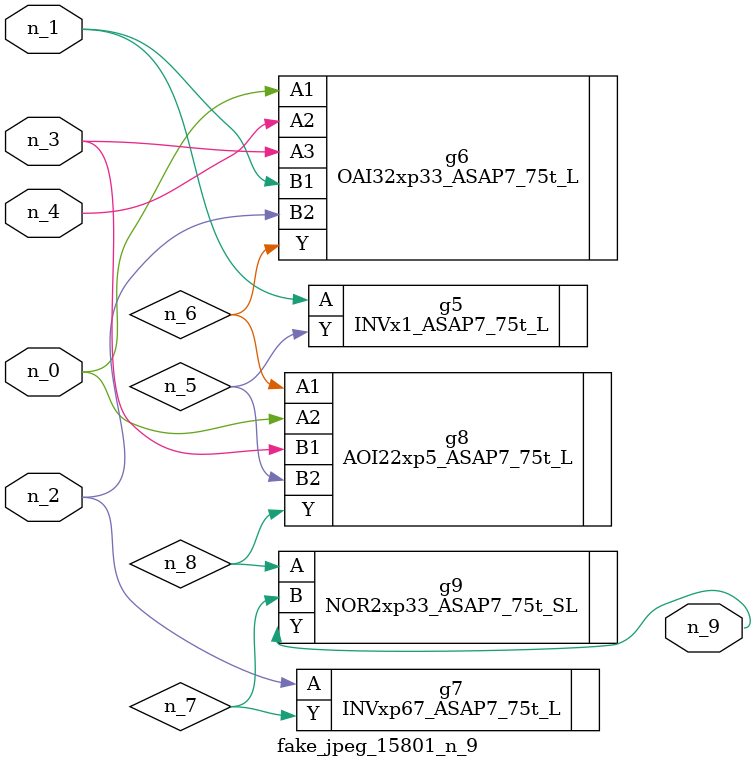
<source format=v>
module fake_jpeg_15801_n_9 (n_3, n_2, n_1, n_0, n_4, n_9);

input n_3;
input n_2;
input n_1;
input n_0;
input n_4;

output n_9;

wire n_8;
wire n_6;
wire n_5;
wire n_7;

INVx1_ASAP7_75t_L g5 ( 
.A(n_1),
.Y(n_5)
);

OAI32xp33_ASAP7_75t_L g6 ( 
.A1(n_0),
.A2(n_4),
.A3(n_3),
.B1(n_1),
.B2(n_2),
.Y(n_6)
);

INVxp67_ASAP7_75t_L g7 ( 
.A(n_2),
.Y(n_7)
);

AOI22xp5_ASAP7_75t_L g8 ( 
.A1(n_6),
.A2(n_0),
.B1(n_3),
.B2(n_5),
.Y(n_8)
);

NOR2xp33_ASAP7_75t_SL g9 ( 
.A(n_8),
.B(n_7),
.Y(n_9)
);


endmodule
</source>
